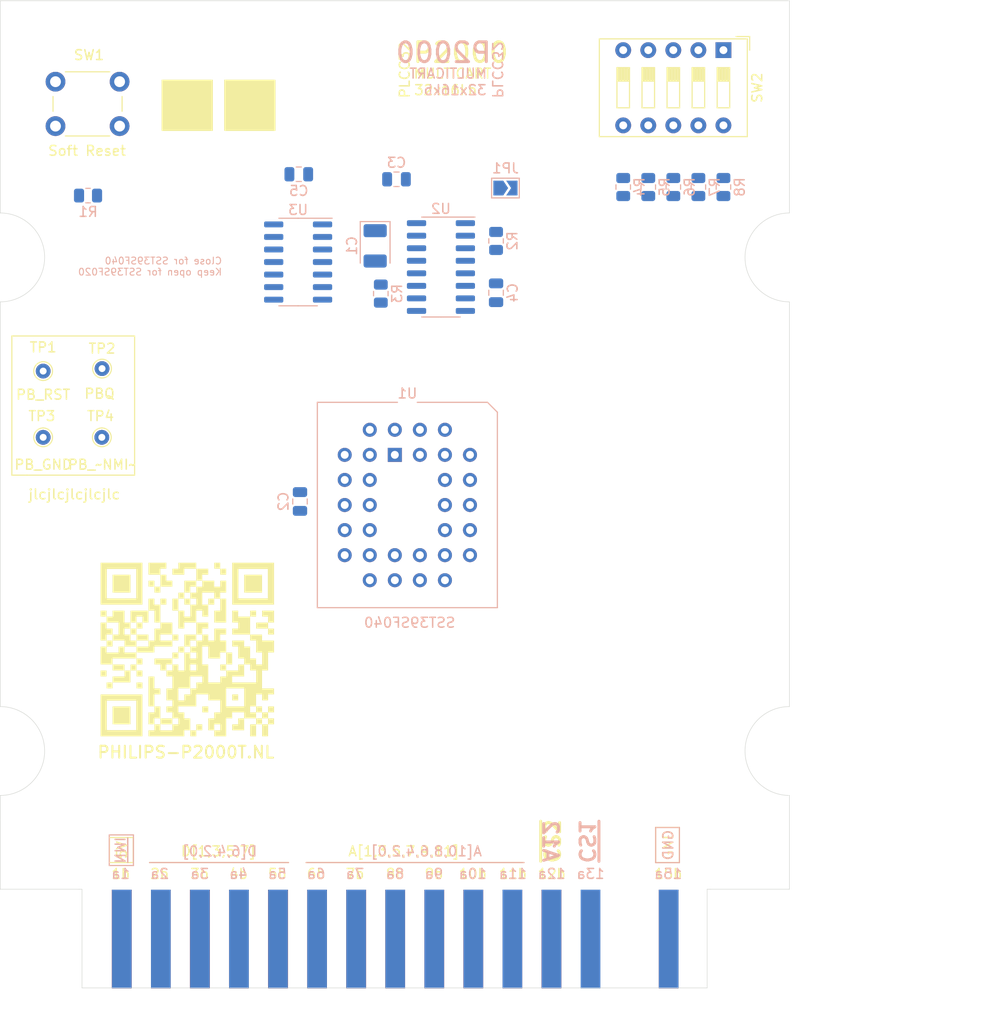
<source format=kicad_pcb>
(kicad_pcb (version 20211014) (generator pcbnew)
  (layers (0 "F.Cu" signal) (31 "B.Cu" signal) (34 "B.Paste" user) (35 "F.Paste" user) (36 "B.SilkS" user "B.Silkscreen") (37 "F.SilkS" user "F.Silkscreen") (38 "B.Mask" user) (39 "F.Mask" user) (44 "Edge.Cuts" user))
  (net 0 "")
  (net 1 "GND")
  (net 2 "+5V")
  (net 3 "D1")
  (net 4 "D3")
  (net 5 "D5")
  (net 6 "D7")
  (net 7 "A1")
  (net 8 "A3")
  (net 9 "A5")
  (net 10 "A7")
  (net 11 "A9")
  (net 12 "A11")
  (net 13 "A12")
  (net 14 "A10")
  (net 15 "A8")
  (net 16 "A6")
  (net 17 "A4")
  (net 18 "A2")
  (net 19 "A0")
  (net 20 "D6")
  (net 21 "D4")
  (net 22 "D2")
  (net 23 "D0")
  (net 24 "~{CARSEL1}")
  (net 25 "~{CARSEL2}")
  (net 26 "A12C")
  (net 27 "A14")
  (net 28 "A15")
  (net 29 "A16")
  (net 30 "A17")
  (net 31 "A18")
  (net 32 "A13")
  (net 33 "~{CS}")
  (net 34 "Net-(JP1-Pad2)")
  (net 35 "~{NMI}")
  (net 36 "Net-(U3-Pad10)")
  (net 37 "Net-(C1-Pad2)")
  (net 38 "Net-(C1-Pad1)")
  (net 39 "Net-(C4-Pad2)")
  (net 40 "Net-(C4-Pad1)")
  (net 41 "Net-(R1-Pad2)")
  (net 42 "Net-(TP2-Pad1)")
  (footprint "Button_Switch_THT:SW_PUSH_6mm" (layer "F.Cu") (at 48.747 52.345)
    (fp_text reference "SW1" (at 3.4 -2.7) (layer "F.SilkS"))
    (fp_text value "Soft Reset" (at 3.2 7) (layer "F.SilkS"))
    (pad "1" thru_hole circle locked (at 6.5 0 90) (size 2 2) (drill 1.1) (layers *.Cu *.Mask) (net 1 "GND"))
    (pad "1" thru_hole circle locked (at 0 0 90) (size 2 2) (drill 1.1) (layers *.Cu *.Mask) (net 1 "GND"))
    (pad "2" thru_hole circle locked (at 6.5 4.5 90) (size 2 2) (drill 1.1) (layers *.Cu *.Mask) (net 41 "Net-(R1-Pad2)"))
    (pad "2" thru_hole circle locked (at 0 4.5 90) (size 2 2) (drill 1.1) (layers *.Cu *.Mask) (net 41 "Net-(R1-Pad2)"))
  )
  (footprint "TestPoint:TestPoint_THTPad_D1.5mm_Drill0.7mm" (layer "F.Cu") (at 47.498 81.661)
    (fp_text reference "TP1" (at 0 -2.41) (layer "F.SilkS"))
    (fp_text value "PB_RST" (at 0 2.385) (layer "F.SilkS"))
    (pad "1" thru_hole circle locked (at 0 0) (size 1.5 1.5) (drill 0.7) (layers *.Cu *.Mask) (net 41 "Net-(R1-Pad2)"))
  )
  (footprint "TestPoint:TestPoint_THTPad_D1.5mm_Drill0.7mm" (layer "F.Cu") (at 47.498 88.37)
    (fp_text reference "TP3" (at -0.127 -2.156) (layer "F.SilkS"))
    (fp_text value "PB_GND" (at 0 2.766) (layer "F.SilkS"))
    (pad "1" thru_hole circle locked (at 0 0) (size 1.5 1.5) (drill 0.7) (layers *.Cu *.Mask) (net 1 "GND"))
  )
  (footprint "TestPoint:TestPoint_THTPad_D1.5mm_Drill0.7mm" (layer "F.Cu") (at 53.445 88.37)
    (fp_text reference "TP4" (at -0.127 -2.156) (layer "F.SilkS"))
    (fp_text value "PB_~NMI~" (at 0 2.766) (layer "F.SilkS"))
    (pad "1" thru_hole circle locked (at 0 0) (size 1.5 1.5) (drill 0.7) (layers *.Cu *.Mask) (net 35 "~{NMI}"))
  )
  (footprint "TestPoint:TestPoint_THTPad_D1.5mm_Drill0.7mm" (layer "F.Cu") (at 53.467 81.407)
    (fp_text reference "TP2" (at 0 -2.032) (layer "F.SilkS"))
    (fp_text value "PBQ" (at -0.254 2.54) (layer "F.SilkS"))
    (pad "1" thru_hole circle locked (at 0 0) (size 1.5 1.5) (drill 0.7) (layers *.Cu *.Mask) (net 42 "Net-(TP2-Pad1)"))
  )
  (footprint "Button_Switch_THT:SW_DIP_SPSTx05_Slide_9.78x14.88mm_W7.62mm_P2.54mm" (layer "F.Cu") (at 116.459 49.149 -90)
    (fp_text reference "SW2" (at 3.81 -3.42 90) (layer "F.SilkS"))
    (fp_text value "SW_DIP_x05")
    (pad "1" thru_hole rect (at 0 0 270) (size 1.6 1.6) (drill 0.8) (layers *.Cu *.Mask) (net 2 "+5V"))
    (pad "2" thru_hole oval (at 0 2.54 270) (size 1.6 1.6) (drill 0.8) (layers *.Cu *.Mask) (net 2 "+5V"))
    (pad "3" thru_hole oval (at 0 5.08 270) (size 1.6 1.6) (drill 0.8) (layers *.Cu *.Mask) (net 2 "+5V"))
    (pad "4" thru_hole oval (at 0 7.62 270) (size 1.6 1.6) (drill 0.8) (layers *.Cu *.Mask) (net 2 "+5V"))
    (pad "5" thru_hole oval (at 0 10.16 270) (size 1.6 1.6) (drill 0.8) (layers *.Cu *.Mask) (net 2 "+5V"))
    (pad "6" thru_hole oval (at 7.62 10.16 270) (size 1.6 1.6) (drill 0.8) (layers *.Cu *.Mask) (net 31 "A18"))
    (pad "7" thru_hole oval (at 7.62 7.62 270) (size 1.6 1.6) (drill 0.8) (layers *.Cu *.Mask) (net 30 "A17"))
    (pad "8" thru_hole oval (at 7.62 5.08 270) (size 1.6 1.6) (drill 0.8) (layers *.Cu *.Mask) (net 29 "A16"))
    (pad "9" thru_hole oval (at 7.62 2.54 270) (size 1.6 1.6) (drill 0.8) (layers *.Cu *.Mask) (net 28 "A15"))
    (pad "10" thru_hole oval (at 7.62 0 270) (size 1.6 1.6) (drill 0.8) (layers *.Cu *.Mask) (net 27 "A14"))
  )
  (footprint "libs:qrcode" (layer "F.Cu") (at 62.103 109.855)
    (fp_text reference "G***" hide)
    (fp_text value "LOGO" hide)
  )
  (footprint "Package_SO:SOIC-14_3.9x8.7mm_P1.27mm" (layer "B.Cu") (at 73.344 70.612 180)
    (fp_text reference "U3" (at 0 5.28) (layer "B.SilkS") (effects (justify mirror)))
    (fp_text value "74HC00")
    (pad "1" smd roundrect (at -2.475 3.81 180) (size 1.95 0.6) (layers "B.Cu" "B.Paste" "B.Mask") (net 26 "A12C"))
    (pad "2" smd roundrect (at -2.475 2.54 180) (size 1.95 0.6) (layers "B.Cu" "B.Paste" "B.Mask") (net 26 "A12C"))
    (pad "3" smd roundrect (at -2.475 1.27 180) (size 1.95 0.6) (layers "B.Cu" "B.Paste" "B.Mask") (net 13 "A12"))
    (pad "4" smd roundrect (at -2.475 0 180) (size 1.95 0.6) (layers "B.Cu" "B.Paste" "B.Mask") (net 25 "~{CARSEL2}"))
    (pad "5" smd roundrect (at -2.475 -1.27 180) (size 1.95 0.6) (layers "B.Cu" "B.Paste" "B.Mask") (net 25 "~{CARSEL2}"))
    (pad "6" smd roundrect (at -2.475 -2.54 180) (size 1.95 0.6) (layers "B.Cu" "B.Paste" "B.Mask") (net 32 "A13"))
    (pad "7" smd roundrect (at -2.475 -3.81 180) (size 1.95 0.6) (layers "B.Cu" "B.Paste" "B.Mask") (net 1 "GND"))
    (pad "8" smd roundrect (at 2.475 -3.81 180) (size 1.95 0.6) (layers "B.Cu" "B.Paste" "B.Mask") (net 33 "~{CS}"))
    (pad "9" smd roundrect (at 2.475 -2.54 180) (size 1.95 0.6) (layers "B.Cu" "B.Paste" "B.Mask") (net 36 "Net-(U3-Pad10)"))
    (pad "10" smd roundrect (at 2.475 -1.27 180) (size 1.95 0.6) (layers "B.Cu" "B.Paste" "B.Mask") (net 36 "Net-(U3-Pad10)"))
    (pad "11" smd roundrect (at 2.475 0 180) (size 1.95 0.6) (layers "B.Cu" "B.Paste" "B.Mask") (net 36 "Net-(U3-Pad10)"))
    (pad "12" smd roundrect (at 2.475 1.27 180) (size 1.95 0.6) (layers "B.Cu" "B.Paste" "B.Mask") (net 24 "~{CARSEL1}"))
    (pad "13" smd roundrect (at 2.475 2.54 180) (size 1.95 0.6) (layers "B.Cu" "B.Paste" "B.Mask") (net 25 "~{CARSEL2}"))
    (pad "14" smd roundrect (at 2.475 3.81 180) (size 1.95 0.6) (layers "B.Cu" "B.Paste" "B.Mask") (net 2 "+5V"))
  )
  (footprint "Capacitor_SMD:C_0805_2012Metric" (layer "B.Cu") (at 73.41 61.722)
    (fp_text reference "C5" (at 0 1.68 180) (layer "B.SilkS") (effects (justify mirror)))
    (fp_text value "0.1uF")
    (pad "1" smd roundrect (at -0.95 0) (size 1 1.45) (layers "B.Cu" "B.Paste" "B.Mask") (net 2 "+5V"))
    (pad "2" smd roundrect (at 0.95 0) (size 1 1.45) (layers "B.Cu" "B.Paste" "B.Mask") (net 1 "GND"))
  )
  (footprint "Capacitor_SMD:C_0805_2012Metric" (layer "B.Cu") (at 73.533 94.869 -90)
    (fp_text reference "C2" (at 0 1.68 90) (layer "B.SilkS") (effects (justify mirror)))
    (fp_text value "0.1uF")
    (pad "1" smd roundrect (at -0.95 0 270) (size 1 1.45) (layers "B.Cu" "B.Paste" "B.Mask") (net 2 "+5V"))
    (pad "2" smd roundrect (at 0.95 0 270) (size 1 1.45) (layers "B.Cu" "B.Paste" "B.Mask") (net 1 "GND"))
  )
  (footprint "Jumper:SolderJumper-2_P1.3mm_Open_TrianglePad1.0x1.5mm" (layer "B.Cu") (at 94.361 63.119)
    (fp_text reference "JP1" (at 0 -2) (layer "B.SilkS") (effects (justify mirror)))
    (fp_text value "Jumper")
    (pad "1" smd custom locked (at -0.725 0) (size 0.3 0.3) (layers "B.Cu" "B.Mask") (net 31 "A18") (options (clearance outline) (anchor rect)) (primitives (gr_poly (pts (xy -0.5 0.75) (xy 0.5 0.75) (xy 1 0) (xy 0.5 -0.75) (xy -0.5 -0.75)) (width 0) (fill yes))))
    (pad "2" smd custom locked (at 0.725 0) (size 0.3 0.3) (layers "B.Cu" "B.Mask") (net 34 "Net-(JP1-Pad2)") (options (clearance outline) (anchor rect)) (primitives (gr_poly (pts (xy -0.65 0.75) (xy 0.5 0.75) (xy 0.5 -0.75) (xy -0.65 -0.75) (xy -0.15 0)) (width 0) (fill yes))))
  )
  (footprint "Package_SO:SOIC-16_3.9x9.9mm_P1.27mm" (layer "B.Cu") (at 87.822 71.12 180)
    (fp_text reference "U2" (at 0 5.9) (layer "B.SilkS") (effects (justify mirror)))
    (fp_text value "74HC123")
    (pad "1" smd roundrect (at -2.475 4.445 180) (size 1.95 0.6) (layers "B.Cu" "B.Paste" "B.Mask") (net 41 "Net-(R1-Pad2)"))
    (pad "2" smd roundrect (at -2.475 3.175 180) (size 1.95 0.6) (layers "B.Cu" "B.Paste" "B.Mask") (net 2 "+5V"))
    (pad "3" smd roundrect (at -2.475 1.905 180) (size 1.95 0.6) (layers "B.Cu" "B.Paste" "B.Mask") (net 2 "+5V"))
    (pad "4" smd roundrect (at -2.475 0.635 180) (size 1.95 0.6) (layers "B.Cu" "B.Paste" "B.Mask"))
    (pad "5" smd roundrect (at -2.475 -0.635 180) (size 1.95 0.6) (layers "B.Cu" "B.Paste" "B.Mask"))
    (pad "6" smd roundrect (at -2.475 -1.905 180) (size 1.95 0.6) (layers "B.Cu" "B.Paste" "B.Mask") (net 39 "Net-(C4-Pad2)"))
    (pad "7" smd roundrect (at -2.475 -3.175 180) (size 1.95 0.6) (layers "B.Cu" "B.Paste" "B.Mask") (net 40 "Net-(C4-Pad1)"))
    (pad "8" smd roundrect (at -2.475 -4.445 180) (size 1.95 0.6) (layers "B.Cu" "B.Paste" "B.Mask") (net 1 "GND"))
    (pad "9" smd roundrect (at 2.475 -4.445 180) (size 1.95 0.6) (layers "B.Cu" "B.Paste" "B.Mask") (net 1 "GND"))
    (pad "10" smd roundrect (at 2.475 -3.175 180) (size 1.95 0.6) (layers "B.Cu" "B.Paste" "B.Mask") (net 42 "Net-(TP2-Pad1)"))
    (pad "11" smd roundrect (at 2.475 -1.905 180) (size 1.95 0.6) (layers "B.Cu" "B.Paste" "B.Mask") (net 2 "+5V"))
    (pad "12" smd roundrect (at 2.475 -0.635 180) (size 1.95 0.6) (layers "B.Cu" "B.Paste" "B.Mask") (net 35 "~{NMI}"))
    (pad "13" smd roundrect (at 2.475 0.635 180) (size 1.95 0.6) (layers "B.Cu" "B.Paste" "B.Mask") (net 42 "Net-(TP2-Pad1)"))
    (pad "14" smd roundrect (at 2.475 1.905 180) (size 1.95 0.6) (layers "B.Cu" "B.Paste" "B.Mask") (net 37 "Net-(C1-Pad2)"))
    (pad "15" smd roundrect (at 2.475 3.175 180) (size 1.95 0.6) (layers "B.Cu" "B.Paste" "B.Mask") (net 38 "Net-(C1-Pad1)"))
    (pad "16" smd roundrect (at 2.475 4.445 180) (size 1.95 0.6) (layers "B.Cu" "B.Paste" "B.Mask") (net 2 "+5V"))
  )
  (footprint "Capacitor_Tantalum_SMD:CP_EIA-3528-21_Kemet-B" (layer "B.Cu") (at 81.153 68.9745 -90)
    (fp_text reference "C1" (at 0 2.35 90) (layer "B.SilkS") (effects (justify mirror)))
    (fp_text value "100uF")
    (pad "1" smd roundrect (at -1.5375 0 270) (size 1.325 2.35) (layers "B.Cu" "B.Paste" "B.Mask") (roundrect_rratio 0.188679) (net 38 "Net-(C1-Pad1)"))
    (pad "2" smd roundrect (at 1.5375 0 270) (size 1.325 2.35) (layers "B.Cu" "B.Paste" "B.Mask") (roundrect_rratio 0.188679) (net 37 "Net-(C1-Pad2)"))
  )
  (footprint "Capacitor_SMD:C_0805_2012Metric" (layer "B.Cu") (at 83.316 62.23 180)
    (fp_text reference "C3" (at 0 1.68) (layer "B.SilkS") (effects (justify mirror)))
    (fp_text value "0.1uF")
    (pad "1" smd roundrect (at -0.95 0 180) (size 1 1.45) (layers "B.Cu" "B.Paste" "B.Mask") (net 2 "+5V"))
    (pad "2" smd roundrect (at 0.95 0 180) (size 1 1.45) (layers "B.Cu" "B.Paste" "B.Mask") (net 1 "GND"))
  )
  (footprint "Resistor_SMD:R_0805_2012Metric" (layer "B.Cu") (at 52.0465 63.881)
    (fp_text reference "R1" (at 0 1.65) (layer "B.SilkS") (effects (justify mirror)))
    (fp_text value "10k")
    (pad "1" smd roundrect (at -0.9125 0) (size 1.025 1.4) (layers "B.Cu" "B.Paste" "B.Mask") (roundrect_rratio 0.243902) (net 2 "+5V"))
    (pad "2" smd roundrect (at 0.9125 0) (size 1.025 1.4) (layers "B.Cu" "B.Paste" "B.Mask") (roundrect_rratio 0.243902) (net 41 "Net-(R1-Pad2)"))
  )
  (footprint "Resistor_SMD:R_0805_2012Metric" (layer "B.Cu") (at 93.41 68.4765 90)
    (fp_text reference "R2" (at 0 1.65 90) (layer "B.SilkS") (effects (justify mirror)))
    (fp_text value "47k")
    (pad "1" smd roundrect (at -0.9125 0 90) (size 1.025 1.4) (layers "B.Cu" "B.Paste" "B.Mask") (roundrect_rratio 0.243902) (net 2 "+5V"))
    (pad "2" smd roundrect (at 0.9125 0 90) (size 1.025 1.4) (layers "B.Cu" "B.Paste" "B.Mask") (roundrect_rratio 0.243902) (net 38 "Net-(C1-Pad1)"))
  )
  (footprint "Resistor_SMD:R_0805_2012Metric" (layer "B.Cu") (at 81.726 73.8105 90)
    (fp_text reference "R3" (at 0 1.65 270) (layer "B.SilkS") (effects (justify mirror)))
    (fp_text value "10k")
    (pad "1" smd roundrect (at -0.9125 0 90) (size 1.025 1.4) (layers "B.Cu" "B.Paste" "B.Mask") (roundrect_rratio 0.243902) (net 40 "Net-(C4-Pad1)"))
    (pad "2" smd roundrect (at 0.9125 0 90) (size 1.025 1.4) (layers "B.Cu" "B.Paste" "B.Mask") (roundrect_rratio 0.243902) (net 2 "+5V"))
  )
  (footprint "p2000t_cartridge:p2000t_cartridge_edge" (layer "B.Cu") (at 83.185 139.192)
    (fp_text reference "J1")
    (fp_text value "P2000T_cartridge_edge")
    (pad "1a" smd rect locked (at -27.72 0) (size 2 10) (layers "B.Cu" "B.Paste" "B.Mask") (net 35 "~{NMI}"))
    (pad "1b" smd rect locked (at -27.72 0) (size 2 10) (layers "F.Cu" "F.Paste" "F.Mask") (net 2 "+5V"))
    (pad "2a" smd rect locked (at -23.76 0) (size 2 10) (layers "B.Cu" "B.Paste" "B.Mask") (net 23 "D0"))
    (pad "2b" smd rect locked (at -23.76 0) (size 2 10) (layers "F.Cu" "F.Paste" "F.Mask") (net 3 "D1"))
    (pad "3a" smd rect locked (at -19.8 0) (size 2 10) (layers "B.Cu" "B.Paste" "B.Mask") (net 22 "D2"))
    (pad "3b" smd rect locked (at -19.8 0) (size 2 10) (layers "F.Cu" "F.Paste" "F.Mask") (net 4 "D3"))
    (pad "4a" smd rect locked (at -15.84 0) (size 2 10) (layers "B.Cu" "B.Paste" "B.Mask") (net 21 "D4"))
    (pad "4b" smd rect locked (at -15.84 0) (size 2 10) (layers "F.Cu" "F.Paste" "F.Mask") (net 5 "D5"))
    (pad "5a" smd rect locked (at -11.88 0) (size 2 10) (layers "B.Cu" "B.Paste" "B.Mask") (net 20 "D6"))
    (pad "5b" smd rect locked (at -11.88 0) (size 2 10) (layers "F.Cu" "F.Paste" "F.Mask") (net 6 "D7"))
    (pad "6a" smd rect locked (at -7.92 0) (size 2 10) (layers "B.Cu" "B.Paste" "B.Mask") (net 19 "A0"))
    (pad "6b" smd rect locked (at -7.92 0) (size 2 10) (layers "F.Cu" "F.Paste" "F.Mask") (net 7 "A1"))
    (pad "7a" smd rect locked (at -3.96 0) (size 2 10) (layers "B.Cu" "B.Paste" "B.Mask") (net 18 "A2"))
    (pad "7b" smd rect locked (at -3.96 0) (size 2 10) (layers "F.Cu" "F.Paste" "F.Mask") (net 8 "A3"))
    (pad "8a" smd rect locked (at 0 0) (size 2 10) (layers "B.Cu" "B.Paste" "B.Mask") (net 17 "A4"))
    (pad "8b" smd rect locked (at 0 0) (size 2 10) (layers "F.Cu" "F.Paste" "F.Mask") (net 9 "A5"))
    (pad "9a" smd rect locked (at 3.96 0) (size 2 10) (layers "B.Cu" "B.Paste" "B.Mask") (net 16 "A6"))
    (pad "9b" smd rect locked (at 3.96 0) (size 2 10) (layers "F.Cu" "F.Paste" "F.Mask") (net 10 "A7"))
    (pad "10a" smd rect locked (at 7.92 0) (size 2 10) (layers "B.Cu" "B.Paste" "B.Mask") (net 15 "A8"))
    (pad "10b" smd rect locked (at 7.92 0) (size 2 10) (layers "F.Cu" "F.Paste" "F.Mask") (net 11 "A9"))
    (pad "11a" smd rect locked (at 11.88 0) (size 2 10) (layers "B.Cu" "B.Paste" "B.Mask") (net 14 "A10"))
    (pad "11b" smd rect locked (at 11.88 0) (size 2 10) (layers "F.Cu" "F.Paste" "F.Mask") (net 12 "A11"))
    (pad "12a" smd rect locked (at 15.84 0) (size 2 10) (layers "B.Cu" "B.Paste" "B.Mask") (net 26 "A12C"))
    (pad "12b" smd rect locked (at 15.84 0) (size 2 10) (layers "F.Cu" "F.Paste" "F.Mask") (net 25 "~{CARSEL2}"))
    (pad "13a" smd rect locked (at 19.8 0) (size 2 10) (layers "B.Cu" "B.Paste" "B.Mask") (net 24 "~{CARSEL1}"))
    (pad "15a" smd rect locked (at 27.72 0) (size 2 10) (layers "B.Cu" "B.Paste" "B.Mask") (net 1 "GND"))
    (pad "15b" smd rect locked (at 27.72 0) (size 2 10) (layers "F.Cu" "F.Paste" "F.Mask") (net 1 "GND"))
  )
  (footprint "Capacitor_SMD:C_0805_2012Metric" (layer "B.Cu") (at 93.41 73.726 90)
    (fp_text reference "C4" (at 0 1.68 90) (layer "B.SilkS") (effects (justify mirror)))
    (fp_text value "1uF")
    (pad "1" smd roundrect (at -0.95 0 90) (size 1 1.45) (layers "B.Cu" "B.Paste" "B.Mask") (net 40 "Net-(C4-Pad1)"))
    (pad "2" smd roundrect (at 0.95 0 90) (size 1 1.45) (layers "B.Cu" "B.Paste" "B.Mask") (net 39 "Net-(C4-Pad2)"))
  )
  (footprint "Package_LCC:PLCC-32_THT-Socket" (layer "B.Cu") (at 83.147 90.145 180)
    (fp_text reference "U1" (at -1.27 6.22) (layer "B.SilkS") (effects (justify mirror)))
    (fp_text value "SST39SF040" (at -1.5 -17) (layer "B.SilkS") (effects (justify mirror)))
    (pad "1" thru_hole rect locked (at 0 0 180) (size 1.4224 1.4224) (drill 0.8) (layers *.Cu *.Mask) (net 34 "Net-(JP1-Pad2)"))
    (pad "2" thru_hole circle locked (at -2.54 2.54 180) (size 1.4224 1.4224) (drill 0.8) (layers *.Cu *.Mask) (net 29 "A16"))
    (pad "3" thru_hole circle locked (at -2.54 0 180) (size 1.4224 1.4224) (drill 0.8) (layers *.Cu *.Mask) (net 28 "A15"))
    (pad "4" thru_hole circle locked (at -5.08 2.54 180) (size 1.4224 1.4224) (drill 0.8) (layers *.Cu *.Mask) (net 13 "A12"))
    (pad "5" thru_hole circle locked (at -7.62 0 180) (size 1.4224 1.4224) (drill 0.8) (layers *.Cu *.Mask) (net 10 "A7"))
    (pad "6" thru_hole circle locked (at -5.08 0 180) (size 1.4224 1.4224) (drill 0.8) (layers *.Cu *.Mask) (net 16 "A6"))
    (pad "7" thru_hole circle locked (at -7.62 -2.54 180) (size 1.4224 1.4224) (drill 0.8) (layers *.Cu *.Mask) (net 9 "A5"))
    (pad "8" thru_hole circle locked (at -5.08 -2.54 180) (size 1.4224 1.4224) (drill 0.8) (layers *.Cu *.Mask) (net 17 "A4"))
    (pad "9" thru_hole circle locked (at -7.62 -5.08 180) (size 1.4224 1.4224) (drill 0.8) (layers *.Cu *.Mask) (net 8 "A3"))
    (pad "10" thru_hole circle locked (at -5.08 -5.08 180) (size 1.4224 1.4224) (drill 0.8) (layers *.Cu *.Mask) (net 18 "A2"))
    (pad "11" thru_hole circle locked (at -7.62 -7.62 180) (size 1.4224 1.4224) (drill 0.8) (layers *.Cu *.Mask) (net 7 "A1"))
    (pad "12" thru_hole circle locked (at -5.08 -7.62 180) (size 1.4224 1.4224) (drill 0.8) (layers *.Cu *.Mask) (net 19 "A0"))
    (pad "13" thru_hole circle locked (at -7.62 -10.16 180) (size 1.4224 1.4224) (drill 0.8) (layers *.Cu *.Mask) (net 23 "D0"))
    (pad "14" thru_hole circle locked (at -5.08 -12.7 180) (size 1.4224 1.4224) (drill 0.8) (layers *.Cu *.Mask) (net 3 "D1"))
    (pad "15" thru_hole circle locked (at -5.08 -10.16 180) (size 1.4224 1.4224) (drill 0.8) (layers *.Cu *.Mask) (net 22 "D2"))
    (pad "16" thru_hole circle locked (at -2.54 -12.7 180) (size 1.4224 1.4224) (drill 0.8) (layers *.Cu *.Mask) (net 1 "GND"))
    (pad "17" thru_hole circle locked (at -2.54 -10.16 180) (size 1.4224 1.4224) (drill 0.8) (layers *.Cu *.Mask) (net 4 "D3"))
    (pad "18" thru_hole circle locked (at 0 -12.7 180) (size 1.4224 1.4224) (drill 0.8) (layers *.Cu *.Mask) (net 21 "D4"))
    (pad "19" thru_hole circle locked (at 0 -10.16 180) (size 1.4224 1.4224) (drill 0.8) (layers *.Cu *.Mask) (net 5 "D5"))
    (pad "20" thru_hole circle locked (at 2.54 -12.7 180) (size 1.4224 1.4224) (drill 0.8) (layers *.Cu *.Mask) (net 20 "D6"))
    (pad "21" thru_hole circle locked (at 5.08 -10.16 180) (size 1.4224 1.4224) (drill 0.8) (layers *.Cu *.Mask) (net 6 "D7"))
    (pad "22" thru_hole circle locked (at 2.54 -10.16 180) (size 1.4224 1.4224) (drill 0.8) (layers *.Cu *.Mask) (net 33 "~{CS}"))
    (pad "23" thru_hole circle locked (at 5.08 -7.62 180) (size 1.4224 1.4224) (drill 0.8) (layers *.Cu *.Mask) (net 14 "A10"))
    (pad "24" thru_hole circle locked (at 2.54 -7.62 180) (size 1.4224 1.4224) (drill 0.8) (layers *.Cu *.Mask) (net 1 "GND"))
    (pad "25" thru_hole circle locked (at 5.08 -5.08 180) (size 1.4224 1.4224) (drill 0.8) (layers *.Cu *.Mask) (net 12 "A11"))
    (pad "26" thru_hole circle locked (at 2.54 -5.08 180) (size 1.4224 1.4224) (drill 0.8) (layers *.Cu *.Mask) (net 11 "A9"))
    (pad "27" thru_hole circle locked (at 5.08 -2.54 180) (size 1.4224 1.4224) (drill 0.8) (layers *.Cu *.Mask) (net 15 "A8"))
    (pad "28" thru_hole circle locked (at 2.54 -2.54 180) (size 1.4224 1.4224) (drill 0.8) (layers *.Cu *.Mask) (net 32 "A13"))
    (pad "29" thru_hole circle locked (at 5.08 0 180) (size 1.4224 1.4224) (drill 0.8) (layers *.Cu *.Mask) (net 27 "A14"))
    (pad "30" thru_hole circle locked (at 2.54 2.54 180) (size 1.4224 1.4224) (drill 0.8) (layers *.Cu *.Mask) (net 30 "A17"))
    (pad "31" thru_hole circle locked (at 2.54 0 180) (size 1.4224 1.4224) (drill 0.8) (layers *.Cu *.Mask) (net 2 "+5V"))
    (pad "32" thru_hole circle locked (at 0 2.54 180) (size 1.4224 1.4224) (drill 0.8) (layers *.Cu *.Mask) (net 2 "+5V"))
  )
  (footprint "Resistor_SMD:R_0805_2012Metric" (layer "B.Cu") (at 113.919 63.0155 90)
    (fp_text reference "R7" (at 0 1.65 90) (layer "B.SilkS") (effects (justify mirror)))
    (fp_text value "10k")
    (pad "1" smd roundrect (at -0.9125 0 90) (size 1.025 1.4) (layers "B.Cu" "B.Paste" "B.Mask") (roundrect_rratio 0.243902) (net 1 "GND"))
    (pad "2" smd roundrect (at 0.9125 0 90) (size 1.025 1.4) (layers "B.Cu" "B.Paste" "B.Mask") (roundrect_rratio 0.243902) (net 28 "A15"))
  )
  (footprint "Resistor_SMD:R_0805_2012Metric" (layer "B.Cu") (at 106.299 63.0155 90)
    (fp_text reference "R4" (at 0 1.65 90) (layer "B.SilkS") (effects (justify mirror)))
    (fp_text value "10k")
    (pad "1" smd roundrect (at -0.9125 0 90) (size 1.025 1.4) (layers "B.Cu" "B.Paste" "B.Mask") (roundrect_rratio 0.243902) (net 1 "GND"))
    (pad "2" smd roundrect (at 0.9125 0 90) (size 1.025 1.4) (layers "B.Cu" "B.Paste" "B.Mask") (roundrect_rratio 0.243902) (net 31 "A18"))
  )
  (footprint "Resistor_SMD:R_0805_2012Metric" (layer "B.Cu") (at 116.459 63.0155 90)
    (fp_text reference "R8" (at 0 1.65 90) (layer "B.SilkS") (effects (justify mirror)))
    (fp_text value "10k")
    (pad "1" smd roundrect (at -0.9125 0 90) (size 1.025 1.4) (layers "B.Cu" "B.Paste" "B.Mask") (roundrect_rratio 0.243902) (net 1 "GND"))
    (pad "2" smd roundrect (at 0.9125 0 90) (size 1.025 1.4) (layers "B.Cu" "B.Paste" "B.Mask") (roundrect_rratio 0.243902) (net 27 "A14"))
  )
  (footprint "Resistor_SMD:R_0805_2012Metric" (layer "B.Cu") (at 111.379 63.0155 90)
    (fp_text reference "R6" (at 0 1.65 90) (layer "B.SilkS") (effects (justify mirror)))
    (fp_text value "10k")
    (pad "1" smd roundrect (at -0.9125 0 90) (size 1.025 1.4) (layers "B.Cu" "B.Paste" "B.Mask") (roundrect_rratio 0.243902) (net 1 "GND"))
    (pad "2" smd roundrect (at 0.9125 0 90) (size 1.025 1.4) (layers "B.Cu" "B.Paste" "B.Mask") (roundrect_rratio 0.243902) (net 29 "A16"))
  )
  (footprint "Resistor_SMD:R_0805_2012Metric" (layer "B.Cu") (at 108.839 63.0155 90)
    (fp_text reference "R5" (at 0 1.65 90) (layer "B.SilkS") (effects (justify mirror)))
    (fp_text value "10k")
    (pad "1" smd roundrect (at -0.9125 0 90) (size 1.025 1.4) (layers "B.Cu" "B.Paste" "B.Mask") (roundrect_rratio 0.243902) (net 1 "GND"))
    (pad "2" smd roundrect (at 0.9125 0 90) (size 1.025 1.4) (layers "B.Cu" "B.Paste" "B.Mask") (roundrect_rratio 0.243902) (net 30 "A17"))
  )
  (gr_line (start 96.251 131.445) (end 74.153 131.445) (layer "B.SilkS") (width 0.12))
  (gr_line (start 72.375 131.445) (end 58.278 131.445) (layer "B.SilkS") (width 0.12))
  (gr_line (start 54.197 131.745) (end 54.197 128.645) (layer "B.SilkS") (width 0.12))
  (gr_line (start 111.999 131.451) (end 109.586 131.451) (layer "B.SilkS") (width 0.12))
  (gr_line (start 111.999 127.895) (end 111.999 131.451) (layer "B.SilkS") (width 0.12))
  (gr_line (start 109.586 127.895) (end 111.999 127.895) (layer "B.SilkS") (width 0.12))
  (gr_line (start 109.586 131.451) (end 109.586 127.895) (layer "B.SilkS") (width 0.12))
  (gr_line (start 56.647 128.645) (end 56.647 131.745) (layer "B.SilkS") (width 0.12))
  (gr_line (start 56.647 131.745) (end 54.197 131.745) (layer "B.SilkS") (width 0.12))
  (gr_line (start 54.197 128.645) (end 56.647 128.645) (layer "B.SilkS") (width 0.12))
  (gr_line (start 54.214 128.905) (end 54.214 131.445) (layer "F.SilkS") (width 0.12))
  (gr_line (start 109.586 131.445) (end 111.999 131.445) (layer "F.SilkS") (width 0.12))
  (gr_line (start 109.586 127.889) (end 109.586 131.445) (layer "F.SilkS") (width 0.12))
  (gr_line (start 44.323 78.105) (end 44.45 78.105) (layer "F.SilkS") (width 0.12))
  (gr_line (start 74.153 131.445) (end 96.251 131.445) (layer "F.SilkS") (width 0.12))
  (gr_line (start 45.847 92.202) (end 44.323 92.202) (layer "F.SilkS") (width 0.12))
  (gr_line (start 56.769 78.105) (end 56.769 92.202) (layer "F.SilkS") (width 0.12))
  (gr_line (start 44.323 92.202) (end 44.323 78.105) (layer "F.SilkS") (width 0.12))
  (gr_line (start 58.278 131.445) (end 72.375 131.445) (layer "F.SilkS") (width 0.12))
  (gr_line (start 111.999 131.445) (end 111.999 127.889) (layer "F.SilkS") (width 0.12))
  (gr_line (start 56.627 131.445) (end 56.627 128.905) (layer "F.SilkS") (width 0.12))
  (gr_rect (start 65.913 52.197) (end 70.993 57.277) (layer "F.SilkS") (width 0.12) (fill solid))
  (gr_line (start 56.769 92.202) (end 45.847 92.202) (layer "F.SilkS") (width 0.12))
  (gr_line (start 111.999 127.889) (end 109.586 127.889) (layer "F.SilkS") (width 0.12))
  (gr_line (start 44.45 78.105) (end 56.769 78.105) (layer "F.SilkS") (width 0.12))
  (gr_line (start 54.214 131.445) (end 56.627 131.445) (layer "F.SilkS") (width 0.12))
  (gr_rect (start 59.563 52.197) (end 64.643 57.277) (layer "F.SilkS") (width 0.12) (fill solid))
  (gr_line (start 56.627 128.905) (end 54.214 128.905) (layer "F.SilkS") (width 0.12))
  (gr_line (start 43.147 63.645) (end 43.147 59.145) (layer "Edge.Cuts") (width 0.05))
  (gr_line (start 43.147 109.145) (end 43.147 113.645) (layer "Edge.Cuts") (width 0.05))
  (gr_arc (start 43.147 115.645) (mid 47.647 120.145) (end 43.147 124.645) (layer "Edge.Cuts") (width 0.05))
  (gr_line (start 43.147 114.145) (end 43.147 113.645) (layer "Edge.Cuts") (width 0.05))
  (gr_line (start 43.147 127.145) (end 43.147 124.645) (layer "Edge.Cuts") (width 0.05))
  (gr_line (start 43.147 115.645) (end 43.147 114.145) (layer "Edge.Cuts") (width 0.05))
  (gr_arc (start 43.147 65.645) (mid 47.647 70.145) (end 43.147 74.645) (layer "Edge.Cuts") (width 0.05))
  (gr_line (start 123.147 127.145) (end 123.147 124.645) (layer "Edge.Cuts") (width 0.05))
  (gr_line (start 43.147 109.145) (end 43.147 74.645) (layer "Edge.Cuts") (width 0.05))
  (gr_line (start 43.147 65.645) (end 43.147 63.645) (layer "Edge.Cuts") (width 0.05))
  (gr_line (start 123.147 134.145) (end 123.147 127.145) (layer "Edge.Cuts") (width 0.05))
  (gr_line (start 43.147 44.145) (end 43.147 59.145) (layer "Edge.Cuts") (width 0.05))
  (gr_line (start 43.147 134.145) (end 43.147 127.145) (layer "Edge.Cuts") (width 0.05))
  (gr_line (start 97.147 44.145) (end 83.147 44.145) (layer "Edge.Cuts") (width 0.05))
  (gr_line (start 123.147 74.745) (end 123.147 74.645) (layer "Edge.Cuts") (width 0.05))
  (gr_line (start 123.147 115.645) (end 123.147 110.045) (layer "Edge.Cuts") (width 0.05))
  (gr_line (start 123.147 100.457) (end 123.147001 94.845) (layer "Edge.Cuts") (width 0.05))
  (gr_line (start 123.147001 83.445001) (end 123.147 77.845) (layer "Edge.Cuts") (width 0.05))
  (gr_line (start 123.147 63.445) (end 123.147 57.845) (layer "Edge.Cuts") (width 0.05))
  (gr_line (start 114.808 134.145) (end 115.147 134.145) (layer "Edge.Cuts") (width 0.05))
  (gr_line (start 114.808 144.145) (end 51.435 144.145) (layer "Edge.Cuts") (width 0.05))
  (gr_line (start 51.147 134.145) (end 51.435 134.145) (layer "Edge.Cuts") (width 0.05))
  (gr_arc (start 123.147 74.645) (mid 118.647 70.145) (end 123.147 65.645) (layer "Edge.Cuts") (width 0.05))
  (gr_line (start 51.435 144.145) (end 51.435 134.145) (layer "Edge.Cuts") (width 0.05))
  (gr_line (start 123.147 65.645) (end 123.147 63.445) (layer "Edge.Cuts") (width 0.05))
  (gr_line (start 123.147 56.145) (end 123.147 44.145) (layer "Edge.Cuts") (width 0.05))
  (gr_line (start 97.147 44.145) (end 123.147 44.145) (layer "Edge.Cuts") (width 0.05))
  (gr_line (start 123.147 74.745) (end 123.147 77.845) (layer "Edge.Cuts") (width 0.05))
  (gr_line (start 51.147 134.145) (end 43.147 134.145) (layer "Edge.Cuts") (width 0.05))
  (gr_line (start 83.147 44.145) (end 43.147 44.145) (layer "Edge.Cuts") (width 0.05))
  (gr_line (start 123.147 110.045) (end 123.147 100.457) (layer "Edge.Cuts") (width 0.05))
  (gr_line (start 114.808 144.145) (end 114.808 134.145) (layer "Edge.Cuts") (width 0.05))
  (gr_line (start 123.147001 83.445001) (end 123.147001 94.845) (layer "Edge.Cuts") (width 0.05))
  (gr_arc (start 123.147 124.645) (mid 118.647 120.145) (end 123.147 115.645) (layer "Edge.Cuts") (width 0.05))
  (gr_line (start 123.147 56.145) (end 123.147 57.845) (layer "Edge.Cuts") (width 0.05))
  (gr_line (start 115.147 134.145) (end 123.147 134.145) (layer "Edge.Cuts") (width 0.05))
  (gr_text "15a" (at 110.856 132.588) (layer "B.SilkS") (effects (font (size 1 1)) (justify mirror)))
  (gr_text "~{CS1}" (at 102.601 129.286 -90) (layer "B.SilkS") (effects (font (size 1.5 1.5) (thickness 0.3)) (justify mirror)))
  (gr_text "A12" (at 98.918 129.286 -90) (layer "B.SilkS") (effects (font (size 1.5 1.5) (thickness 0.3)) (justify mirror)))
  (gr_text "A[10,8,6,4,2,0]" (at 86.345 130.302) (layer "B.SilkS") (effects (font (size 1 1)) (justify mirror)))
  (gr_text "D[6,4,2,0]" (at 65.39 130.302) (layer "B.SilkS") (effects (font (size 1 1)) (justify mirror)))
  (gr_text "1a" (at 55.344 132.588) (layer "B.SilkS") (effects (font (size 1 1)) (justify mirror)))
  (gr_text "~{NMI}" (at 55.247 130.195 270) (layer "B.SilkS") (effects (font (size 1 1)) (justify mirror)))
  (gr_text "GND" (at 110.856 129.673 90) (layer "B.SilkS") (effects (font (size 1 1)) (justify mirror)))
  (gr_text "P2000" (at 93.091 49.403) (layer "B.SilkS") (effects (font (size 2 2) (thickness 0.3)) (justify left mirror)))
  (gr_text "32x16kb" (at 89.2594 53.1954) (layer "B.SilkS") (effects (font (size 1 1)) (justify mirror)))
  (gr_text "MULTICART" (at 88.5482 51.519) (layer "B.SilkS") (effects (font (size 1 1)) (justify mirror)))
  (gr_text "PLCC32" (at 93.5266 51.145 -90) (layer "B.SilkS") (effects (font (size 1 1)) (justify mirror)))
  (gr_text "11a" (at 95.108 132.588) (layer "B.SilkS") (effects (font (size 1 1)) (justify mirror)))
  (gr_text "10a" (at 91.044 132.588) (layer "B.SilkS") (effects (font (size 1 1)) (justify mirror)))
  (gr_text "2a" (at 59.294 132.588) (layer "B.SilkS") (effects (font (size 1 1)) (justify mirror)))
  (gr_text "6a" (at 75.169 132.588) (layer "B.SilkS") (effects (font (size 1 1)) (justify mirror)))
  (gr_text "7a" (at 79.106 132.588) (layer "B.SilkS") (effects (font (size 1 1)) (justify mirror)))
  (gr_text "13a" (at 102.982 132.588) (layer "B.SilkS") (effects (font (size 1 1)) (justify mirror)))
  (gr_text "9a" (at 87.107 132.588) (layer "B.SilkS") (effects (font (size 1 1)) (justify mirror)))
  (gr_text "4a" (at 67.295 132.588) (layer "B.SilkS") (effects (font (size 1 1)) (justify mirror)))
  (gr_text "5a" (at 71.232 132.588) (layer "B.SilkS") (effects (font (size 1 1)) (justify mirror)))
  (gr_text "12a" (at 99.045 132.588) (layer "B.SilkS") (effects (font (size 1 1)) (justify mirror)))
  (gr_text "3a" (at 63.358 132.588) (layer "B.SilkS") (effects (font (size 1 1)) (justify mirror)))
  (gr_text "8a" (at 83.17 132.588) (layer "B.SilkS") (effects (font (size 1 1)) (justify mirror)))
  (gr_text "Close for SST39SF040\nKeep open for SST39SF020" (at 65.679 71.057) (layer "B.SilkS") (effects (font (size 0.7 0.7) (thickness 0.1)) (justify left mirror)))
  (gr_text "9b" (at 87.107 132.588) (layer "F.SilkS") (effects (font (size 1 1))))
  (gr_text "6b" (at 75.169 132.588) (layer "F.SilkS") (effects (font (size 1 1))))
  (gr_text "8b" (at 83.17 132.588) (layer "F.SilkS") (effects (font (size 1 1))))
  (gr_text "4b" (at 67.295 132.588) (layer "F.SilkS") (effects (font (size 1 1))))
  (gr_text "1b" (at 55.357 132.588) (layer "F.SilkS") (effects (font (size 1 1))))
  (gr_text "2b" (at 59.294 132.588) (layer "F.SilkS") (effects (font (size 1 1))))
  (gr_text "5b" (at 71.232 132.588) (layer "F.SilkS") (effects (font (size 1 1))))
  (gr_text "7b" (at 79.106 132.588) (layer "F.SilkS") (effects (font (size 1 1))))
  (gr_text "11b" (at 95.108 132.588) (layer "F.SilkS") (effects (font (size 1 1))))
  (gr_text "12b" (at 99.045 132.588) (layer "F.SilkS") (effects (font (size 1 1))))
  (gr_text "15b" (at 110.856 132.588) (layer "F.SilkS") (effects (font (size 1 1))))
  (gr_text "3b" (at 63.358 132.588) (layer "F.SilkS") (effects (font (size 1 1))))
  (gr_text "10b" (at 91.044 132.588) (layer "F.SilkS") (effects (font (size 1 1))))
  (gr_text "GND" (at 110.856 129.667 90) (layer "F.SilkS") (effects (font (size 1 1))))
  (gr_text "PLCC32" (at 84.147 51.145 90) (layer "F.SilkS") (effects (font (size 1 1))))
  (gr_text "MULTICART" (at 88.9978 51.519) (layer "F.SilkS") (effects (font (size 1 1))))
  (gr_text "P2000" (at 84.8136 49.394) (layer "F.SilkS") (effects (font (size 2 2) (thickness 0.3)) (justify left)))
  (gr_text "32x16kb" (at 88.2866 53.1954) (layer "F.SilkS") (effects (font (size 1 1))))
  (gr_text "A[1,3,5,7,9,11]" (at 84.059 130.302) (layer "F.SilkS") (effects (font (size 1 1))))
  (gr_text "jlcjlcjlcjlcjlc" (at 50.647 94.145) (layer "F.SilkS") (effects (font (size 1 1))))
  (gr_text "~{CS2}" (at 99.172 129.286 90) (layer "F.SilkS") (effects (font (size 1.5 1.5) (thickness 0.3))))
  (gr_text "PHILIPS-P2000T.NL" (at 61.976 120.269) (layer "F.SilkS") (effects (font (size 1.2 1.2) (thickness 0.2))))
  (gr_text "5V" (at 55.484 130.175 90) (layer "F.SilkS") (effects (font (size 1 1))))
  (gr_text "D[1,3,5,7]" (at 65.263 130.302) (layer "F.SilkS") (effects (font (size 1 1))))
)
</source>
